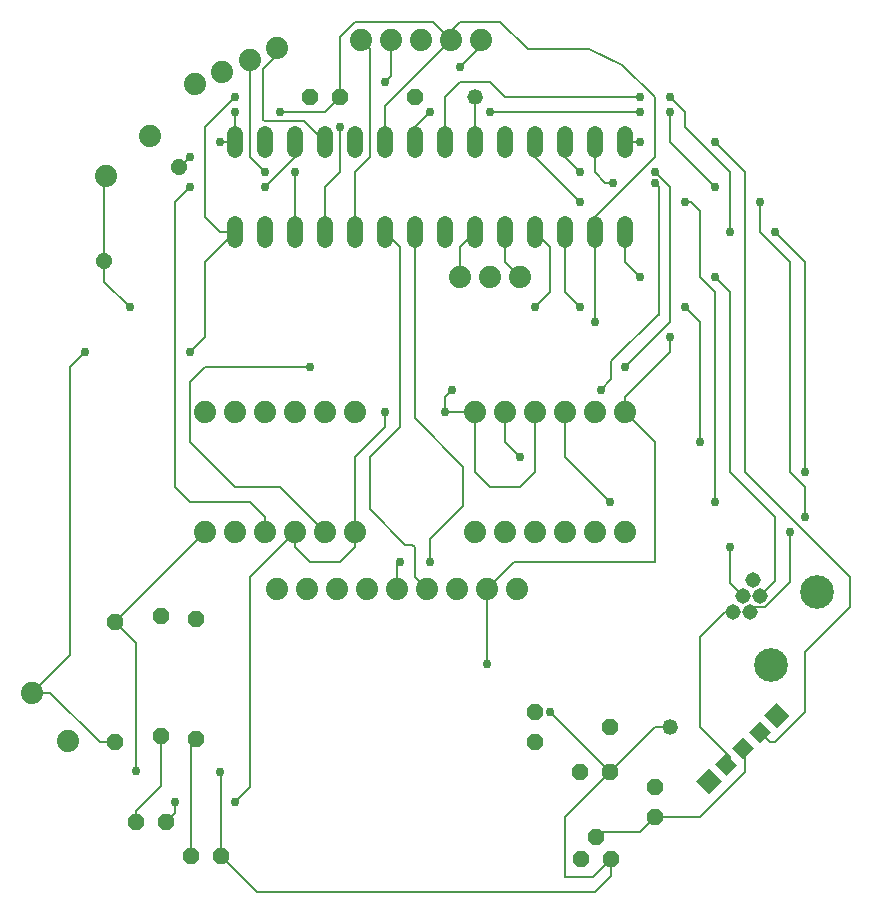
<source format=gbr>
G04 EAGLE Gerber RS-274X export*
G75*
%MOMM*%
%FSLAX34Y34*%
%LPD*%
%INTop Copper*%
%IPPOS*%
%AMOC8*
5,1,8,0,0,1.08239X$1,22.5*%
G01*
%ADD10P,1.429621X8X202.500000*%
%ADD11P,1.429621X8X292.500000*%
%ADD12P,1.429621X8X112.500000*%
%ADD13C,1.320800*%
%ADD14C,1.308000*%
%ADD15C,2.850000*%
%ADD16P,1.429621X8X253.800000*%
%ADD17C,1.320800*%
%ADD18R,1.508000X1.508000*%
%ADD19R,1.308000X1.308000*%
%ADD20P,1.429621X8X22.500000*%
%ADD21C,1.879600*%
%ADD22C,0.152400*%
%ADD23C,0.756400*%


D10*
X165100Y-241300D03*
X139700Y-241300D03*
D11*
X101600Y-190500D03*
X101600Y-215900D03*
D10*
X-63500Y330200D03*
X-88900Y330200D03*
D12*
X203200Y-279400D03*
X203200Y-254000D03*
D13*
X50800Y330200D03*
D10*
X0Y330200D03*
D13*
X215900Y-203200D03*
D10*
X165100Y-203200D03*
D14*
X269604Y-105833D03*
X278107Y-92279D03*
X286609Y-78725D03*
X284021Y-105432D03*
X292523Y-91878D03*
D15*
X340706Y-88460D03*
X301914Y-150300D03*
D10*
X-163830Y-312420D03*
X-189230Y-312420D03*
X-210820Y-283210D03*
X-236220Y-283210D03*
D11*
X-185420Y-111760D03*
X-185420Y-213360D03*
X-214630Y-109220D03*
X-214630Y-210820D03*
X-254000Y-114300D03*
X-254000Y-215900D03*
D16*
X-199378Y270786D03*
X-262902Y191494D03*
D17*
X-152400Y209296D02*
X-152400Y222504D01*
X-127000Y222504D02*
X-127000Y209296D01*
X-101600Y209296D02*
X-101600Y222504D01*
X-76200Y222504D02*
X-76200Y209296D01*
X-50800Y209296D02*
X-50800Y222504D01*
X-25400Y222504D02*
X-25400Y209296D01*
X0Y209296D02*
X0Y222504D01*
X25400Y222504D02*
X25400Y209296D01*
X50800Y209296D02*
X50800Y222504D01*
X76200Y222504D02*
X76200Y209296D01*
X101600Y209296D02*
X101600Y222504D01*
X127000Y222504D02*
X127000Y209296D01*
X152400Y209296D02*
X152400Y222504D01*
X177800Y222504D02*
X177800Y209296D01*
X177800Y285496D02*
X177800Y298704D01*
X152400Y298704D02*
X152400Y285496D01*
X127000Y285496D02*
X127000Y298704D01*
X101600Y298704D02*
X101600Y285496D01*
X76200Y285496D02*
X76200Y298704D01*
X50800Y298704D02*
X50800Y285496D01*
X25400Y285496D02*
X25400Y298704D01*
X0Y298704D02*
X0Y285496D01*
X-25400Y285496D02*
X-25400Y298704D01*
X-50800Y298704D02*
X-50800Y285496D01*
X-76200Y285496D02*
X-76200Y298704D01*
X-101600Y298704D02*
X-101600Y285496D01*
X-127000Y285496D02*
X-127000Y298704D01*
X-152400Y298704D02*
X-152400Y285496D01*
D18*
G36*
X296291Y-193040D02*
X307156Y-182583D01*
X317613Y-193448D01*
X306748Y-203905D01*
X296291Y-193040D01*
G37*
G36*
X238647Y-248512D02*
X249512Y-238055D01*
X259969Y-248920D01*
X249104Y-259377D01*
X238647Y-248512D01*
G37*
D19*
G36*
X283294Y-206935D02*
X292718Y-197865D01*
X301788Y-207289D01*
X292364Y-216359D01*
X283294Y-206935D01*
G37*
G36*
X268883Y-220803D02*
X278307Y-211733D01*
X287377Y-221157D01*
X277953Y-230227D01*
X268883Y-220803D01*
G37*
G36*
X254472Y-234671D02*
X263896Y-225601D01*
X272966Y-235025D01*
X263542Y-244095D01*
X254472Y-234671D01*
G37*
D20*
X166370Y-314960D03*
X153670Y-295910D03*
X140970Y-314960D03*
D21*
X-261476Y263707D03*
X-223664Y297633D03*
X-324002Y-174105D03*
X-293218Y-214515D03*
X55880Y378460D03*
X30480Y378460D03*
X5080Y378460D03*
X-20320Y378460D03*
X-45720Y378460D03*
X38100Y177800D03*
X63500Y177800D03*
X88900Y177800D03*
X86360Y-86360D03*
X60960Y-86360D03*
X35560Y-86360D03*
X10160Y-86360D03*
X-15240Y-86360D03*
X-40640Y-86360D03*
X-66040Y-86360D03*
X-91440Y-86360D03*
X-116840Y-86360D03*
X-185963Y341434D03*
X-162741Y351725D03*
X-139519Y362015D03*
X-116297Y372306D03*
X-177800Y-38100D03*
X-152400Y-38100D03*
X-127000Y-38100D03*
X-101600Y-38100D03*
X-76200Y-38100D03*
X-50800Y-38100D03*
X-177800Y63500D03*
X-152400Y63500D03*
X-127000Y63500D03*
X-101600Y63500D03*
X-76200Y63500D03*
X-50800Y63500D03*
X177800Y63500D03*
X152400Y63500D03*
X127000Y63500D03*
X101600Y63500D03*
X76200Y63500D03*
X50800Y63500D03*
X177800Y-38100D03*
X152400Y-38100D03*
X127000Y-38100D03*
X101600Y-38100D03*
X76200Y-38100D03*
X50800Y-38100D03*
D22*
X-236220Y-274320D02*
X-236220Y-283210D01*
X-214630Y-252730D02*
X-214630Y-210820D01*
X-214630Y-252730D02*
X-236220Y-274320D01*
X-189230Y-312420D02*
X-189230Y-217170D01*
X-185420Y-213360D01*
X151130Y-330200D02*
X166370Y-314960D01*
X151130Y-330200D02*
X127000Y-330200D01*
X127000Y-279400D01*
X165100Y-241300D01*
X114300Y-190500D01*
X60960Y-149860D02*
X60960Y-86360D01*
X152400Y139700D02*
X152400Y215900D01*
X30480Y378460D02*
X-25400Y322580D01*
X-25400Y292100D01*
X30480Y378460D02*
X15240Y393700D01*
X166370Y-314960D02*
X166370Y-328930D01*
X152400Y-342900D01*
X-133350Y-342900D01*
X-236220Y-132080D02*
X-254000Y-114300D01*
X-236220Y-132080D02*
X-236220Y-240030D01*
D23*
X-236220Y-240030D03*
X-165100Y-241300D03*
D22*
X-163830Y-242570D01*
X-163830Y-312420D01*
X-133350Y-342900D01*
X165100Y-241300D02*
X203200Y-203200D01*
X215900Y-203200D01*
D23*
X215900Y127000D03*
X152400Y139700D03*
D22*
X152400Y215900D02*
X152400Y228600D01*
X203200Y279400D02*
X203200Y330200D01*
X203200Y279400D02*
X152400Y228600D01*
X15240Y393700D02*
X-50800Y393700D01*
X-199114Y270786D02*
X-199378Y270786D01*
X-199114Y270786D02*
X-190500Y279400D01*
D23*
X-190500Y279400D03*
X-165100Y292100D03*
D22*
X-152400Y292100D01*
X30480Y386080D02*
X38100Y393700D01*
X30480Y386080D02*
X30480Y378460D01*
X-152400Y317500D02*
X-152400Y292100D01*
D23*
X-152400Y317500D03*
X-114300Y317500D03*
X114300Y-190500D03*
X60960Y-149860D03*
D22*
X203200Y330200D02*
X175890Y357510D01*
X72717Y393700D02*
X38100Y393700D01*
X147598Y370703D02*
X175890Y357510D01*
X95715Y370703D02*
X72717Y393700D01*
X95715Y370703D02*
X147598Y370703D01*
X-50800Y393700D02*
X-63500Y381000D01*
X-63500Y330200D01*
X-76200Y317500D02*
X-114300Y317500D01*
X-76200Y317500D02*
X-63500Y330200D01*
X215900Y127000D02*
X215900Y114300D01*
X177800Y76200D01*
X177800Y63500D01*
X83820Y-63500D02*
X60960Y-86360D01*
X203200Y-63500D02*
X203200Y38100D01*
X177800Y63500D01*
X203200Y-63500D02*
X83820Y-63500D01*
X-177800Y-38100D02*
X-254000Y-114300D01*
X38100Y177800D02*
X38100Y203200D01*
X50800Y215900D01*
X76200Y190500D02*
X88900Y177800D01*
X76200Y190500D02*
X76200Y215900D01*
X292541Y-207112D02*
X301329Y-215900D01*
X304800Y-215900D01*
X329400Y-191300D01*
X330200Y-190158D01*
X330200Y-139700D02*
X368300Y-101600D01*
X368300Y-76200D01*
X279400Y12700D02*
X279400Y266700D01*
X254000Y292100D01*
X330200Y-139700D02*
X330200Y-190158D01*
X368300Y-76200D02*
X279400Y12700D01*
D23*
X254000Y292100D03*
X190500Y292100D03*
D22*
X177800Y292100D01*
X50800Y292100D02*
X50800Y330200D01*
X-254000Y-215900D02*
X-266700Y-215900D01*
X-308495Y-174105D02*
X-324002Y-174105D01*
X-308495Y-174105D02*
X-266700Y-215900D01*
X-324002Y-174105D02*
X-292100Y-142203D01*
X-292100Y101600D01*
X-279400Y114300D01*
D23*
X-279400Y114300D03*
X-190500Y114300D03*
D22*
X-177800Y127000D01*
X-177800Y190500D01*
X-152400Y215900D01*
X-165100Y215900D01*
X-177800Y228600D01*
X-177800Y304800D01*
X-152400Y330200D01*
D23*
X-152400Y330200D03*
X38100Y355600D03*
D22*
X55880Y373380D01*
X55880Y378460D01*
D23*
X-101600Y266700D03*
X-127000Y266700D03*
D22*
X-139700Y361834D02*
X-139519Y362015D01*
X-139700Y361834D02*
X-139700Y279400D01*
X-127000Y266700D01*
X-101600Y266700D02*
X-101600Y215900D01*
X-76200Y215900D02*
X-76200Y254000D01*
X-63500Y266700D01*
X-20320Y347980D02*
X-20320Y378460D01*
X-63500Y304800D02*
X-63500Y266700D01*
D23*
X-63500Y304800D03*
X-25400Y342900D03*
D22*
X-20320Y347980D01*
X-50800Y266700D02*
X-50800Y215900D01*
X-50800Y266700D02*
X-38100Y279400D01*
X-38100Y370840D02*
X-45720Y378460D01*
X-38100Y370840D02*
X-38100Y279400D01*
X0Y-76200D02*
X10160Y-86360D01*
X0Y-76200D02*
X0Y-50800D01*
X-2116Y-48684D01*
X-7786Y-48684D01*
X-38100Y-18370D01*
X-38100Y25400D02*
X-12700Y50800D01*
X-12700Y203200D02*
X-25400Y215900D01*
X-38100Y25400D02*
X-38100Y-18370D01*
X-12700Y50800D02*
X-12700Y203200D01*
X-15240Y-66040D02*
X-15240Y-86360D01*
X-15240Y-66040D02*
X-12700Y-63500D01*
D23*
X-12700Y-63500D03*
X12700Y-63500D03*
D22*
X12700Y-43770D01*
X40935Y-15535D01*
X40935Y17485D01*
X0Y58420D01*
X0Y215900D01*
X-262902Y191494D02*
X-262902Y174002D01*
X-241300Y152400D01*
D23*
X-241300Y152400D03*
X101600Y152400D03*
D22*
X114300Y165100D01*
X114300Y203200D01*
X-262902Y191494D02*
X-262902Y262280D01*
X-261476Y263707D01*
X101600Y215900D02*
X114300Y203200D01*
X304800Y-25400D02*
X304800Y-76200D01*
X304800Y-25400D02*
X266700Y12700D01*
X266700Y165100D01*
X254000Y177800D01*
D23*
X254000Y177800D03*
X190500Y177800D03*
D22*
X177800Y190500D01*
X177800Y215900D01*
X304800Y-76200D02*
X304800Y-79602D01*
X292523Y-91878D01*
X-190500Y254000D02*
X-203200Y241300D01*
D23*
X-190500Y254000D03*
X-127000Y254000D03*
D22*
X-101600Y279400D01*
X-101600Y292100D01*
X-203200Y0D02*
X-190500Y-12700D01*
X-139700Y-12700D01*
X-127000Y-25400D01*
X-127000Y-38100D01*
X-203200Y0D02*
X-203200Y241300D01*
X-93980Y309880D02*
X-76200Y292100D01*
X-127000Y309880D02*
X-128270Y311150D01*
X-128270Y354330D01*
X-116297Y366303D02*
X-116297Y372306D01*
X-127000Y309880D02*
X-93980Y309880D01*
X-128270Y354330D02*
X-116297Y366303D01*
X288156Y-101298D02*
X284021Y-105432D01*
X288156Y-101298D02*
X296425Y-101298D01*
X317500Y-80223D01*
X317500Y-38100D01*
D23*
X317500Y-38100D03*
X330200Y-25400D03*
D22*
X330200Y0D02*
X317500Y12700D01*
X317500Y190500D02*
X292100Y215900D01*
X292100Y241300D01*
D23*
X292100Y241300D03*
X254000Y254000D03*
D22*
X215900Y292100D01*
X215900Y317500D01*
D23*
X215900Y317500D03*
X190500Y317500D03*
X63500Y317500D03*
X12700Y317500D03*
D22*
X0Y304800D01*
X0Y292100D01*
X330200Y0D02*
X330200Y-25400D01*
X317500Y12700D02*
X317500Y190500D01*
X190500Y317500D02*
X63500Y317500D01*
D23*
X165100Y-12700D03*
X254000Y-12700D03*
D22*
X254000Y165100D01*
X241300Y177800D01*
X241300Y233680D02*
X233680Y241300D01*
X228600Y241300D01*
D23*
X228600Y241300D03*
X139700Y241300D03*
D22*
X101600Y279400D01*
X101600Y292100D01*
X241300Y233680D02*
X241300Y177800D01*
X127000Y25400D02*
X165100Y-12700D01*
X127000Y25400D02*
X127000Y63500D01*
D23*
X-88900Y101600D03*
X177800Y101600D03*
D22*
X215900Y139700D01*
X215900Y254000D01*
X203200Y266700D01*
D23*
X203200Y266700D03*
X139700Y266700D03*
D22*
X127000Y279400D01*
X127000Y292100D01*
X-88900Y101600D02*
X-177800Y101600D01*
X-190500Y88900D01*
X-190500Y38100D01*
X-152400Y0D01*
X-114300Y0D02*
X-76200Y-38100D01*
X-114300Y0D02*
X-152400Y0D01*
D23*
X25400Y63500D03*
X-25400Y63500D03*
D22*
X25400Y63500D02*
X25400Y76200D01*
X31750Y82550D01*
D23*
X31750Y82550D03*
X157480Y82550D03*
D22*
X166370Y91440D01*
X166370Y106680D01*
X205740Y146050D01*
X207010Y146050D01*
X207010Y254000D01*
X161290Y257810D02*
X152400Y266700D01*
X152400Y292100D01*
D23*
X203200Y257612D03*
X167640Y257810D03*
D22*
X161290Y257810D01*
X-203200Y-275590D02*
X-210820Y-283210D01*
X-203200Y-275590D02*
X-203200Y-266700D01*
D23*
X-203200Y-266700D03*
X-152400Y-266700D03*
D22*
X-139700Y-254000D01*
X207010Y254000D02*
X203398Y257612D01*
X203200Y257612D01*
X-25400Y63500D02*
X-25400Y50800D01*
X-50800Y25400D01*
X-50800Y-38100D01*
X-50800Y-50800D01*
X-63500Y-63500D01*
X-88900Y-63500D01*
X-101600Y-50800D01*
X-101600Y-38100D01*
X25400Y63500D02*
X50800Y63500D01*
X101600Y63500D02*
X101600Y12700D01*
X88900Y0D01*
X63500Y0D01*
X50800Y12700D01*
X50800Y63500D01*
X-139700Y-76200D02*
X-139700Y-254000D01*
X-139700Y-76200D02*
X-101600Y-38100D01*
X266700Y-80872D02*
X278107Y-92279D01*
X266700Y-80872D02*
X266700Y-50800D01*
D23*
X266700Y-50800D03*
X330200Y12700D03*
D22*
X330200Y190500D01*
X304800Y215900D01*
D23*
X304800Y215900D03*
X266700Y215900D03*
X215900Y330200D03*
X190500Y330200D03*
D22*
X76200Y330200D01*
X63500Y342900D01*
X38100Y342900D01*
X25400Y330200D01*
X266700Y266700D02*
X266700Y215900D01*
X266700Y266700D02*
X228600Y304800D01*
X228600Y317500D01*
X215900Y330200D01*
X25400Y330200D02*
X25400Y292100D01*
X262467Y-105833D02*
X269604Y-105833D01*
X241300Y-127000D02*
X241300Y-203200D01*
X266700Y-228600D01*
X266700Y-231867D01*
X263719Y-234848D01*
X241300Y-127000D02*
X262467Y-105833D01*
D23*
X88900Y25400D03*
X241300Y38100D03*
D22*
X241300Y139700D01*
X228600Y152400D01*
D23*
X228600Y152400D03*
X139700Y152400D03*
D22*
X127000Y165100D01*
X127000Y215900D01*
X76200Y38100D02*
X88900Y25400D01*
X76200Y38100D02*
X76200Y63500D01*
X203200Y-279400D02*
X190500Y-292100D01*
X157480Y-292100D02*
X153670Y-295910D01*
X157480Y-292100D02*
X190500Y-292100D01*
X278130Y-220980D02*
X279400Y-222250D01*
X279400Y-241300D01*
X241300Y-279400D01*
X203200Y-279400D01*
M02*

</source>
